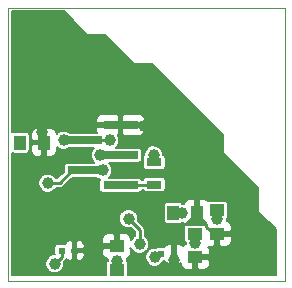
<source format=gbl>
G04 #@! TF.FileFunction,Copper,L2,Bot,Signal*
%FSLAX46Y46*%
G04 Gerber Fmt 4.6, Leading zero omitted, Abs format (unit mm)*
G04 Created by KiCad (PCBNEW 4.0.7) date 01/17/18 14:56:10*
%MOMM*%
%LPD*%
G01*
G04 APERTURE LIST*
%ADD10C,0.152400*%
%ADD11C,0.100000*%
%ADD12R,3.000000X0.650000*%
%ADD13R,1.250000X1.000000*%
%ADD14R,0.600000X0.500000*%
%ADD15R,1.000000X1.250000*%
%ADD16R,1.300000X0.700000*%
%ADD17C,1.000000*%
%ADD18C,0.250000*%
%ADD19C,0.203000*%
G04 APERTURE END LIST*
D10*
D11*
X37100000Y-36800000D02*
X37000000Y-36800000D01*
X37100000Y-13700000D02*
X37100000Y-36800000D01*
X36700000Y-13700000D02*
X37100000Y-13700000D01*
X35900000Y-13700000D02*
X36700000Y-13700000D01*
X13600000Y-13700000D02*
X35900000Y-13700000D01*
X13600000Y-36800000D02*
X13600000Y-13700000D01*
X37000000Y-36800000D02*
X13600000Y-36800000D01*
D12*
X23170000Y-23650000D03*
X23170000Y-26190000D03*
X23170000Y-28730000D03*
X20170000Y-24920000D03*
X20170000Y-27460000D03*
D13*
X29480000Y-34820000D03*
X29480000Y-32820000D03*
D14*
X18170000Y-34260000D03*
X19270000Y-34260000D03*
X26590000Y-34530000D03*
X27690000Y-34530000D03*
D13*
X22850000Y-35900000D03*
X22850000Y-33900000D03*
D15*
X14670000Y-25120000D03*
X16670000Y-25120000D03*
D13*
X31340000Y-32850000D03*
X31340000Y-30850000D03*
D16*
X26030000Y-26780000D03*
X26030000Y-28680000D03*
D15*
X29620000Y-31100000D03*
X27620000Y-31100000D03*
D17*
X27670000Y-35080000D03*
X25190000Y-23710000D03*
X21195000Y-34135000D03*
X16520000Y-24230000D03*
X15480000Y-27490000D03*
X26050000Y-34810000D03*
X22880000Y-35160000D03*
X25970000Y-26170000D03*
X24790000Y-33740000D03*
X23840000Y-31570000D03*
X21670000Y-27480000D03*
X17000000Y-28550000D03*
X21440000Y-26170000D03*
X22250000Y-24940000D03*
X18360000Y-24910000D03*
X17590000Y-35390000D03*
X28340000Y-31100000D03*
X31340000Y-31630000D03*
X29470000Y-33600000D03*
D18*
X29620000Y-31100000D02*
X29620000Y-31490000D01*
X29620000Y-31490000D02*
X30120000Y-31990000D01*
X29620000Y-31100000D02*
X29620000Y-31730000D01*
X29620000Y-31730000D02*
X29880000Y-31990000D01*
X29225000Y-31990000D02*
X29225000Y-31495000D01*
X29225000Y-31495000D02*
X29620000Y-31100000D01*
X29320000Y-31990000D02*
X29880000Y-31990000D01*
X29880000Y-31990000D02*
X30120000Y-31990000D01*
X30120000Y-31990000D02*
X30410000Y-31990000D01*
X30410000Y-31990000D02*
X30430000Y-32010000D01*
X31340000Y-32850000D02*
X31040000Y-32850000D01*
X31040000Y-32850000D02*
X30430000Y-32240000D01*
X30430000Y-32240000D02*
X30430000Y-32010000D01*
X30430000Y-32010000D02*
X29620000Y-31200000D01*
X29620000Y-31200000D02*
X29620000Y-31100000D01*
X29620000Y-31100000D02*
X29620000Y-31690000D01*
X29620000Y-31690000D02*
X29320000Y-31990000D01*
X28670000Y-31990000D02*
X28600000Y-31990000D01*
X29320000Y-31990000D02*
X29225000Y-31990000D01*
X29225000Y-31990000D02*
X28600000Y-31990000D01*
X29620000Y-31100000D02*
X29560000Y-31100000D01*
X29560000Y-31100000D02*
X28670000Y-31990000D01*
X29620000Y-31100000D02*
X29620000Y-31200000D01*
X29620000Y-31200000D02*
X28830000Y-31990000D01*
X29620000Y-31100000D02*
X29620000Y-31470000D01*
X29620000Y-31470000D02*
X29100000Y-31990000D01*
X29100000Y-31990000D02*
X28830000Y-31990000D01*
X28830000Y-31990000D02*
X28670000Y-31990000D01*
X21195000Y-34135000D02*
X21200000Y-34140000D01*
X31340000Y-32850000D02*
X31340000Y-32960000D01*
X29620000Y-31100000D02*
X29620000Y-31130000D01*
X26050000Y-34810000D02*
X26330000Y-34530000D01*
X26330000Y-34530000D02*
X26590000Y-34530000D01*
X26350000Y-34530000D02*
X26590000Y-34530000D01*
X22850000Y-35190000D02*
X22850000Y-35900000D01*
X22880000Y-35160000D02*
X22850000Y-35190000D01*
X26030000Y-26230000D02*
X26030000Y-26780000D01*
X25970000Y-26170000D02*
X26030000Y-26230000D01*
X25970000Y-26680000D02*
X26030000Y-26740000D01*
X26030000Y-26740000D02*
X26030000Y-26780000D01*
X24790000Y-32520000D02*
X24790000Y-33740000D01*
X23840000Y-31570000D02*
X24790000Y-32520000D01*
X21670000Y-27480000D02*
X21670000Y-27470000D01*
X21670000Y-27470000D02*
X20170000Y-27460000D01*
X20170000Y-27460000D02*
X19090000Y-27460000D01*
X19090000Y-27460000D02*
X18000000Y-28550000D01*
X18000000Y-28550000D02*
X17000000Y-28550000D01*
X21460000Y-26190000D02*
X23170000Y-26190000D01*
X21440000Y-26170000D02*
X21460000Y-26190000D01*
X23170000Y-28730000D02*
X25980000Y-28730000D01*
X25980000Y-28730000D02*
X26030000Y-28680000D01*
X20170000Y-24920000D02*
X22230000Y-24920000D01*
X22230000Y-24920000D02*
X22250000Y-24940000D01*
X20170000Y-24920000D02*
X18370000Y-24920000D01*
X18370000Y-24920000D02*
X18360000Y-24910000D01*
X18170000Y-34260000D02*
X18170000Y-34810000D01*
X18170000Y-34810000D02*
X17590000Y-35390000D01*
X27620000Y-31100000D02*
X28340000Y-31100000D01*
X31340000Y-30850000D02*
X31340000Y-31630000D01*
X29480000Y-32820000D02*
X29480000Y-33590000D01*
X29480000Y-33590000D02*
X29470000Y-33600000D01*
D19*
G36*
X20328229Y-15971771D02*
X20361806Y-15994040D01*
X20400000Y-16001500D01*
X21857958Y-16001500D01*
X24328229Y-18471771D01*
X24361806Y-18494040D01*
X24400000Y-18501500D01*
X25857958Y-18501500D01*
X31798500Y-24442042D01*
X31798500Y-25900000D01*
X31806497Y-25939489D01*
X31828229Y-25971771D01*
X34798500Y-28942042D01*
X34798500Y-30900000D01*
X34806497Y-30939489D01*
X34828229Y-30971771D01*
X36298500Y-32442042D01*
X36298500Y-36298500D01*
X23785465Y-36298500D01*
X23785465Y-35400000D01*
X23764233Y-35287159D01*
X23697544Y-35183522D01*
X23684487Y-35174601D01*
X23684639Y-35000677D01*
X23674833Y-34976944D01*
X23693231Y-34969323D01*
X25245361Y-34969323D01*
X25367580Y-35265117D01*
X25593692Y-35491624D01*
X25889273Y-35614360D01*
X26209323Y-35614639D01*
X26505117Y-35492420D01*
X26731624Y-35266308D01*
X26804640Y-35090465D01*
X26858881Y-35090465D01*
X26873291Y-35125254D01*
X27044746Y-35296709D01*
X27268763Y-35389500D01*
X27387625Y-35389500D01*
X27540000Y-35237125D01*
X27540000Y-34655000D01*
X27517500Y-34655000D01*
X27517500Y-34405000D01*
X27540000Y-34405000D01*
X27540000Y-33822875D01*
X27387625Y-33670500D01*
X27268763Y-33670500D01*
X27044746Y-33763291D01*
X26873291Y-33934746D01*
X26858881Y-33969535D01*
X26290000Y-33969535D01*
X26177159Y-33990767D01*
X26154123Y-34005591D01*
X25890677Y-34005361D01*
X25594883Y-34127580D01*
X25368376Y-34353692D01*
X25245640Y-34649273D01*
X25245361Y-34969323D01*
X23693231Y-34969323D01*
X23820254Y-34916709D01*
X23991709Y-34745254D01*
X24084500Y-34521237D01*
X24084500Y-34204875D01*
X23932127Y-34052502D01*
X24048653Y-34052502D01*
X24107580Y-34195117D01*
X24333692Y-34421624D01*
X24629273Y-34544360D01*
X24949323Y-34544639D01*
X25245117Y-34422420D01*
X25471624Y-34196308D01*
X25594360Y-33900727D01*
X25594639Y-33580677D01*
X25472420Y-33284883D01*
X25246308Y-33058376D01*
X25219500Y-33047244D01*
X25219500Y-32520000D01*
X25186806Y-32355637D01*
X25093702Y-32216298D01*
X24633730Y-31756326D01*
X24644360Y-31730727D01*
X24644639Y-31410677D01*
X24522420Y-31114883D01*
X24296308Y-30888376D01*
X24000727Y-30765640D01*
X23680677Y-30765361D01*
X23384883Y-30887580D01*
X23158376Y-31113692D01*
X23035640Y-31409273D01*
X23035361Y-31729323D01*
X23157580Y-32025117D01*
X23383692Y-32251624D01*
X23679273Y-32374360D01*
X23999323Y-32374639D01*
X24026150Y-32363554D01*
X24360500Y-32697904D01*
X24360500Y-33046995D01*
X24334883Y-33057580D01*
X24108376Y-33283692D01*
X24084500Y-33341192D01*
X24084500Y-33278763D01*
X23991709Y-33054746D01*
X23820254Y-32883291D01*
X23596237Y-32790500D01*
X23154875Y-32790500D01*
X23002500Y-32942875D01*
X23002500Y-33747500D01*
X23022500Y-33747500D01*
X23022500Y-34052500D01*
X23002500Y-34052500D01*
X23002500Y-34072500D01*
X22697500Y-34072500D01*
X22697500Y-34052500D01*
X21767875Y-34052500D01*
X21615500Y-34204875D01*
X21615500Y-34521237D01*
X21708291Y-34745254D01*
X21879746Y-34916709D01*
X22076144Y-34998060D01*
X22075640Y-34999273D01*
X22075522Y-35134342D01*
X22008522Y-35177456D01*
X21938995Y-35279212D01*
X21914535Y-35400000D01*
X21914535Y-36298500D01*
X14001500Y-36298500D01*
X14001500Y-35549323D01*
X16785361Y-35549323D01*
X16907580Y-35845117D01*
X17133692Y-36071624D01*
X17429273Y-36194360D01*
X17749323Y-36194639D01*
X18045117Y-36072420D01*
X18271624Y-35846308D01*
X18394360Y-35550727D01*
X18394639Y-35230677D01*
X18383554Y-35203850D01*
X18473702Y-35113702D01*
X18475663Y-35110767D01*
X18566806Y-34974363D01*
X18567734Y-34969697D01*
X18624746Y-35026709D01*
X18848763Y-35119500D01*
X18967625Y-35119500D01*
X19120000Y-34967125D01*
X19120000Y-34385000D01*
X19420000Y-34385000D01*
X19420000Y-34967125D01*
X19572375Y-35119500D01*
X19691237Y-35119500D01*
X19915254Y-35026709D01*
X20086709Y-34855254D01*
X20179500Y-34631237D01*
X20179500Y-34537375D01*
X20027125Y-34385000D01*
X19420000Y-34385000D01*
X19120000Y-34385000D01*
X19097500Y-34385000D01*
X19097500Y-34135000D01*
X19120000Y-34135000D01*
X19120000Y-33552875D01*
X19420000Y-33552875D01*
X19420000Y-34135000D01*
X20027125Y-34135000D01*
X20179500Y-33982625D01*
X20179500Y-33888763D01*
X20086709Y-33664746D01*
X19915254Y-33493291D01*
X19691237Y-33400500D01*
X19572375Y-33400500D01*
X19420000Y-33552875D01*
X19120000Y-33552875D01*
X18967625Y-33400500D01*
X18848763Y-33400500D01*
X18624746Y-33493291D01*
X18453291Y-33664746D01*
X18438881Y-33699535D01*
X17870000Y-33699535D01*
X17757159Y-33720767D01*
X17653522Y-33787456D01*
X17583995Y-33889212D01*
X17559535Y-34010000D01*
X17559535Y-34510000D01*
X17573738Y-34585486D01*
X17430677Y-34585361D01*
X17134883Y-34707580D01*
X16908376Y-34933692D01*
X16785640Y-35229273D01*
X16785361Y-35549323D01*
X14001500Y-35549323D01*
X14001500Y-33278763D01*
X21615500Y-33278763D01*
X21615500Y-33595125D01*
X21767875Y-33747500D01*
X22697500Y-33747500D01*
X22697500Y-32942875D01*
X22545125Y-32790500D01*
X22103763Y-32790500D01*
X21879746Y-32883291D01*
X21708291Y-33054746D01*
X21615500Y-33278763D01*
X14001500Y-33278763D01*
X14001500Y-30475000D01*
X26809535Y-30475000D01*
X26809535Y-31725000D01*
X26830767Y-31837841D01*
X26897456Y-31941478D01*
X26999212Y-32011005D01*
X27120000Y-32035465D01*
X28120000Y-32035465D01*
X28232841Y-32014233D01*
X28336478Y-31947544D01*
X28365873Y-31904523D01*
X28499323Y-31904639D01*
X28529522Y-31892161D01*
X28603291Y-32070254D01*
X28635263Y-32102226D01*
X28568995Y-32199212D01*
X28544535Y-32320000D01*
X28544535Y-33320000D01*
X28565767Y-33432841D01*
X28632456Y-33536478D01*
X28665536Y-33559080D01*
X28665379Y-33738826D01*
X28509746Y-33803291D01*
X28442500Y-33870537D01*
X28335254Y-33763291D01*
X28111237Y-33670500D01*
X27992375Y-33670500D01*
X27840000Y-33822875D01*
X27840000Y-34405000D01*
X27862500Y-34405000D01*
X27862500Y-34655000D01*
X27840000Y-34655000D01*
X27840000Y-35237125D01*
X27992375Y-35389500D01*
X28111237Y-35389500D01*
X28245500Y-35333886D01*
X28245500Y-35441237D01*
X28338291Y-35665254D01*
X28509746Y-35836709D01*
X28733763Y-35929500D01*
X29175125Y-35929500D01*
X29327500Y-35777125D01*
X29327500Y-34972500D01*
X29632500Y-34972500D01*
X29632500Y-35777125D01*
X29784875Y-35929500D01*
X30226237Y-35929500D01*
X30450254Y-35836709D01*
X30621709Y-35665254D01*
X30714500Y-35441237D01*
X30714500Y-35124875D01*
X30562125Y-34972500D01*
X29632500Y-34972500D01*
X29327500Y-34972500D01*
X29307500Y-34972500D01*
X29307500Y-34667500D01*
X29327500Y-34667500D01*
X29327500Y-34647500D01*
X29632500Y-34647500D01*
X29632500Y-34667500D01*
X30562125Y-34667500D01*
X30714500Y-34515125D01*
X30714500Y-34198763D01*
X30621709Y-33974746D01*
X30606463Y-33959500D01*
X31035125Y-33959500D01*
X31187500Y-33807125D01*
X31187500Y-33002500D01*
X31492500Y-33002500D01*
X31492500Y-33807125D01*
X31644875Y-33959500D01*
X32086237Y-33959500D01*
X32310254Y-33866709D01*
X32481709Y-33695254D01*
X32574500Y-33471237D01*
X32574500Y-33154875D01*
X32422125Y-33002500D01*
X31492500Y-33002500D01*
X31187500Y-33002500D01*
X31167500Y-33002500D01*
X31167500Y-32697500D01*
X31187500Y-32697500D01*
X31187500Y-32677500D01*
X31492500Y-32677500D01*
X31492500Y-32697500D01*
X32422125Y-32697500D01*
X32574500Y-32545125D01*
X32574500Y-32228763D01*
X32481709Y-32004746D01*
X32310254Y-31833291D01*
X32144383Y-31764585D01*
X32144529Y-31596320D01*
X32181478Y-31572544D01*
X32251005Y-31470788D01*
X32275465Y-31350000D01*
X32275465Y-30350000D01*
X32254233Y-30237159D01*
X32187544Y-30133522D01*
X32085788Y-30063995D01*
X31965000Y-30039535D01*
X30715000Y-30039535D01*
X30602159Y-30060767D01*
X30581210Y-30074247D01*
X30465254Y-29958291D01*
X30241237Y-29865500D01*
X29924875Y-29865500D01*
X29772500Y-30017875D01*
X29772500Y-30947500D01*
X29792500Y-30947500D01*
X29792500Y-31252500D01*
X29772500Y-31252500D01*
X29772500Y-31272500D01*
X29467500Y-31272500D01*
X29467500Y-31252500D01*
X29447500Y-31252500D01*
X29447500Y-30947500D01*
X29467500Y-30947500D01*
X29467500Y-30017875D01*
X29315125Y-29865500D01*
X28998763Y-29865500D01*
X28774746Y-29958291D01*
X28603291Y-30129746D01*
X28529608Y-30307632D01*
X28500727Y-30295640D01*
X28366354Y-30295523D01*
X28342544Y-30258522D01*
X28240788Y-30188995D01*
X28120000Y-30164535D01*
X27120000Y-30164535D01*
X27007159Y-30185767D01*
X26903522Y-30252456D01*
X26833995Y-30354212D01*
X26809535Y-30475000D01*
X14001500Y-30475000D01*
X14001500Y-28709323D01*
X16195361Y-28709323D01*
X16317580Y-29005117D01*
X16543692Y-29231624D01*
X16839273Y-29354360D01*
X17159323Y-29354639D01*
X17455117Y-29232420D01*
X17681624Y-29006308D01*
X17692756Y-28979500D01*
X18000000Y-28979500D01*
X18164363Y-28946806D01*
X18303702Y-28853702D01*
X19061940Y-28095465D01*
X21147648Y-28095465D01*
X21213692Y-28161624D01*
X21411604Y-28243804D01*
X21383995Y-28284212D01*
X21359535Y-28405000D01*
X21359535Y-29055000D01*
X21380767Y-29167841D01*
X21447456Y-29271478D01*
X21549212Y-29341005D01*
X21670000Y-29365465D01*
X24670000Y-29365465D01*
X24782841Y-29344233D01*
X24886478Y-29277544D01*
X24956005Y-29175788D01*
X24959303Y-29159500D01*
X25101487Y-29159500D01*
X25157456Y-29246478D01*
X25259212Y-29316005D01*
X25380000Y-29340465D01*
X26680000Y-29340465D01*
X26792841Y-29319233D01*
X26896478Y-29252544D01*
X26966005Y-29150788D01*
X26990465Y-29030000D01*
X26990465Y-28330000D01*
X26969233Y-28217159D01*
X26902544Y-28113522D01*
X26800788Y-28043995D01*
X26680000Y-28019535D01*
X25380000Y-28019535D01*
X25267159Y-28040767D01*
X25163522Y-28107456D01*
X25093995Y-28209212D01*
X25075509Y-28300500D01*
X24960802Y-28300500D01*
X24959233Y-28292159D01*
X24892544Y-28188522D01*
X24790788Y-28118995D01*
X24670000Y-28094535D01*
X22193121Y-28094535D01*
X22351624Y-27936308D01*
X22474360Y-27640727D01*
X22474639Y-27320677D01*
X22352420Y-27024883D01*
X22153350Y-26825465D01*
X24670000Y-26825465D01*
X24782841Y-26804233D01*
X24886478Y-26737544D01*
X24956005Y-26635788D01*
X24980465Y-26515000D01*
X24980465Y-26430000D01*
X25069535Y-26430000D01*
X25069535Y-27130000D01*
X25090767Y-27242841D01*
X25157456Y-27346478D01*
X25259212Y-27416005D01*
X25380000Y-27440465D01*
X26680000Y-27440465D01*
X26792841Y-27419233D01*
X26896478Y-27352544D01*
X26966005Y-27250788D01*
X26990465Y-27130000D01*
X26990465Y-26430000D01*
X26969233Y-26317159D01*
X26902544Y-26213522D01*
X26800788Y-26143995D01*
X26774527Y-26138677D01*
X26774639Y-26010677D01*
X26652420Y-25714883D01*
X26426308Y-25488376D01*
X26130727Y-25365640D01*
X25810677Y-25365361D01*
X25514883Y-25487580D01*
X25288376Y-25713692D01*
X25165640Y-26009273D01*
X25165468Y-26206204D01*
X25163522Y-26207456D01*
X25093995Y-26309212D01*
X25069535Y-26430000D01*
X24980465Y-26430000D01*
X24980465Y-25865000D01*
X24959233Y-25752159D01*
X24892544Y-25648522D01*
X24790788Y-25578995D01*
X24670000Y-25554535D01*
X22773121Y-25554535D01*
X22931624Y-25396308D01*
X23054360Y-25100727D01*
X23054639Y-24780677D01*
X22941870Y-24507755D01*
X23017500Y-24432125D01*
X23017500Y-23802500D01*
X23322500Y-23802500D01*
X23322500Y-24432125D01*
X23474875Y-24584500D01*
X24791237Y-24584500D01*
X25015254Y-24491709D01*
X25186709Y-24320254D01*
X25279500Y-24096237D01*
X25279500Y-23954875D01*
X25127125Y-23802500D01*
X23322500Y-23802500D01*
X23017500Y-23802500D01*
X21212875Y-23802500D01*
X21060500Y-23954875D01*
X21060500Y-24096237D01*
X21138496Y-24284535D01*
X18872369Y-24284535D01*
X18816308Y-24228376D01*
X18520727Y-24105640D01*
X18200677Y-24105361D01*
X17904883Y-24227580D01*
X17773341Y-24358893D01*
X17686709Y-24149746D01*
X17515254Y-23978291D01*
X17291237Y-23885500D01*
X16974875Y-23885500D01*
X16822500Y-24037875D01*
X16822500Y-24967500D01*
X16842500Y-24967500D01*
X16842500Y-25272500D01*
X16822500Y-25272500D01*
X16822500Y-26202125D01*
X16974875Y-26354500D01*
X17291237Y-26354500D01*
X17515254Y-26261709D01*
X17686709Y-26090254D01*
X17779500Y-25866237D01*
X17779500Y-25467215D01*
X17903692Y-25591624D01*
X18199273Y-25714360D01*
X18519323Y-25714639D01*
X18815117Y-25592420D01*
X18852137Y-25555465D01*
X20916879Y-25555465D01*
X20758376Y-25713692D01*
X20635640Y-26009273D01*
X20635361Y-26329323D01*
X20757580Y-26625117D01*
X20956650Y-26824535D01*
X18670000Y-26824535D01*
X18557159Y-26845767D01*
X18453522Y-26912456D01*
X18383995Y-27014212D01*
X18359535Y-27135000D01*
X18359535Y-27583060D01*
X17822096Y-28120500D01*
X17693005Y-28120500D01*
X17682420Y-28094883D01*
X17456308Y-27868376D01*
X17160727Y-27745640D01*
X16840677Y-27745361D01*
X16544883Y-27867580D01*
X16318376Y-28093692D01*
X16195640Y-28389273D01*
X16195361Y-28709323D01*
X14001500Y-28709323D01*
X14001500Y-25998405D01*
X14049212Y-26031005D01*
X14170000Y-26055465D01*
X15170000Y-26055465D01*
X15282841Y-26034233D01*
X15386478Y-25967544D01*
X15456005Y-25865788D01*
X15480465Y-25745000D01*
X15480465Y-25424875D01*
X15560500Y-25424875D01*
X15560500Y-25866237D01*
X15653291Y-26090254D01*
X15824746Y-26261709D01*
X16048763Y-26354500D01*
X16365125Y-26354500D01*
X16517500Y-26202125D01*
X16517500Y-25272500D01*
X15712875Y-25272500D01*
X15560500Y-25424875D01*
X15480465Y-25424875D01*
X15480465Y-24495000D01*
X15459233Y-24382159D01*
X15453831Y-24373763D01*
X15560500Y-24373763D01*
X15560500Y-24815125D01*
X15712875Y-24967500D01*
X16517500Y-24967500D01*
X16517500Y-24037875D01*
X16365125Y-23885500D01*
X16048763Y-23885500D01*
X15824746Y-23978291D01*
X15653291Y-24149746D01*
X15560500Y-24373763D01*
X15453831Y-24373763D01*
X15392544Y-24278522D01*
X15290788Y-24208995D01*
X15170000Y-24184535D01*
X14170000Y-24184535D01*
X14057159Y-24205767D01*
X14001500Y-24241583D01*
X14001500Y-23203763D01*
X21060500Y-23203763D01*
X21060500Y-23345125D01*
X21212875Y-23497500D01*
X23017500Y-23497500D01*
X23017500Y-22867875D01*
X23322500Y-22867875D01*
X23322500Y-23497500D01*
X25127125Y-23497500D01*
X25279500Y-23345125D01*
X25279500Y-23203763D01*
X25186709Y-22979746D01*
X25015254Y-22808291D01*
X24791237Y-22715500D01*
X23474875Y-22715500D01*
X23322500Y-22867875D01*
X23017500Y-22867875D01*
X22865125Y-22715500D01*
X21548763Y-22715500D01*
X21324746Y-22808291D01*
X21153291Y-22979746D01*
X21060500Y-23203763D01*
X14001500Y-23203763D01*
X14001500Y-14001500D01*
X18357958Y-14001500D01*
X20328229Y-15971771D01*
X20328229Y-15971771D01*
G37*
X20328229Y-15971771D02*
X20361806Y-15994040D01*
X20400000Y-16001500D01*
X21857958Y-16001500D01*
X24328229Y-18471771D01*
X24361806Y-18494040D01*
X24400000Y-18501500D01*
X25857958Y-18501500D01*
X31798500Y-24442042D01*
X31798500Y-25900000D01*
X31806497Y-25939489D01*
X31828229Y-25971771D01*
X34798500Y-28942042D01*
X34798500Y-30900000D01*
X34806497Y-30939489D01*
X34828229Y-30971771D01*
X36298500Y-32442042D01*
X36298500Y-36298500D01*
X23785465Y-36298500D01*
X23785465Y-35400000D01*
X23764233Y-35287159D01*
X23697544Y-35183522D01*
X23684487Y-35174601D01*
X23684639Y-35000677D01*
X23674833Y-34976944D01*
X23693231Y-34969323D01*
X25245361Y-34969323D01*
X25367580Y-35265117D01*
X25593692Y-35491624D01*
X25889273Y-35614360D01*
X26209323Y-35614639D01*
X26505117Y-35492420D01*
X26731624Y-35266308D01*
X26804640Y-35090465D01*
X26858881Y-35090465D01*
X26873291Y-35125254D01*
X27044746Y-35296709D01*
X27268763Y-35389500D01*
X27387625Y-35389500D01*
X27540000Y-35237125D01*
X27540000Y-34655000D01*
X27517500Y-34655000D01*
X27517500Y-34405000D01*
X27540000Y-34405000D01*
X27540000Y-33822875D01*
X27387625Y-33670500D01*
X27268763Y-33670500D01*
X27044746Y-33763291D01*
X26873291Y-33934746D01*
X26858881Y-33969535D01*
X26290000Y-33969535D01*
X26177159Y-33990767D01*
X26154123Y-34005591D01*
X25890677Y-34005361D01*
X25594883Y-34127580D01*
X25368376Y-34353692D01*
X25245640Y-34649273D01*
X25245361Y-34969323D01*
X23693231Y-34969323D01*
X23820254Y-34916709D01*
X23991709Y-34745254D01*
X24084500Y-34521237D01*
X24084500Y-34204875D01*
X23932127Y-34052502D01*
X24048653Y-34052502D01*
X24107580Y-34195117D01*
X24333692Y-34421624D01*
X24629273Y-34544360D01*
X24949323Y-34544639D01*
X25245117Y-34422420D01*
X25471624Y-34196308D01*
X25594360Y-33900727D01*
X25594639Y-33580677D01*
X25472420Y-33284883D01*
X25246308Y-33058376D01*
X25219500Y-33047244D01*
X25219500Y-32520000D01*
X25186806Y-32355637D01*
X25093702Y-32216298D01*
X24633730Y-31756326D01*
X24644360Y-31730727D01*
X24644639Y-31410677D01*
X24522420Y-31114883D01*
X24296308Y-30888376D01*
X24000727Y-30765640D01*
X23680677Y-30765361D01*
X23384883Y-30887580D01*
X23158376Y-31113692D01*
X23035640Y-31409273D01*
X23035361Y-31729323D01*
X23157580Y-32025117D01*
X23383692Y-32251624D01*
X23679273Y-32374360D01*
X23999323Y-32374639D01*
X24026150Y-32363554D01*
X24360500Y-32697904D01*
X24360500Y-33046995D01*
X24334883Y-33057580D01*
X24108376Y-33283692D01*
X24084500Y-33341192D01*
X24084500Y-33278763D01*
X23991709Y-33054746D01*
X23820254Y-32883291D01*
X23596237Y-32790500D01*
X23154875Y-32790500D01*
X23002500Y-32942875D01*
X23002500Y-33747500D01*
X23022500Y-33747500D01*
X23022500Y-34052500D01*
X23002500Y-34052500D01*
X23002500Y-34072500D01*
X22697500Y-34072500D01*
X22697500Y-34052500D01*
X21767875Y-34052500D01*
X21615500Y-34204875D01*
X21615500Y-34521237D01*
X21708291Y-34745254D01*
X21879746Y-34916709D01*
X22076144Y-34998060D01*
X22075640Y-34999273D01*
X22075522Y-35134342D01*
X22008522Y-35177456D01*
X21938995Y-35279212D01*
X21914535Y-35400000D01*
X21914535Y-36298500D01*
X14001500Y-36298500D01*
X14001500Y-35549323D01*
X16785361Y-35549323D01*
X16907580Y-35845117D01*
X17133692Y-36071624D01*
X17429273Y-36194360D01*
X17749323Y-36194639D01*
X18045117Y-36072420D01*
X18271624Y-35846308D01*
X18394360Y-35550727D01*
X18394639Y-35230677D01*
X18383554Y-35203850D01*
X18473702Y-35113702D01*
X18475663Y-35110767D01*
X18566806Y-34974363D01*
X18567734Y-34969697D01*
X18624746Y-35026709D01*
X18848763Y-35119500D01*
X18967625Y-35119500D01*
X19120000Y-34967125D01*
X19120000Y-34385000D01*
X19420000Y-34385000D01*
X19420000Y-34967125D01*
X19572375Y-35119500D01*
X19691237Y-35119500D01*
X19915254Y-35026709D01*
X20086709Y-34855254D01*
X20179500Y-34631237D01*
X20179500Y-34537375D01*
X20027125Y-34385000D01*
X19420000Y-34385000D01*
X19120000Y-34385000D01*
X19097500Y-34385000D01*
X19097500Y-34135000D01*
X19120000Y-34135000D01*
X19120000Y-33552875D01*
X19420000Y-33552875D01*
X19420000Y-34135000D01*
X20027125Y-34135000D01*
X20179500Y-33982625D01*
X20179500Y-33888763D01*
X20086709Y-33664746D01*
X19915254Y-33493291D01*
X19691237Y-33400500D01*
X19572375Y-33400500D01*
X19420000Y-33552875D01*
X19120000Y-33552875D01*
X18967625Y-33400500D01*
X18848763Y-33400500D01*
X18624746Y-33493291D01*
X18453291Y-33664746D01*
X18438881Y-33699535D01*
X17870000Y-33699535D01*
X17757159Y-33720767D01*
X17653522Y-33787456D01*
X17583995Y-33889212D01*
X17559535Y-34010000D01*
X17559535Y-34510000D01*
X17573738Y-34585486D01*
X17430677Y-34585361D01*
X17134883Y-34707580D01*
X16908376Y-34933692D01*
X16785640Y-35229273D01*
X16785361Y-35549323D01*
X14001500Y-35549323D01*
X14001500Y-33278763D01*
X21615500Y-33278763D01*
X21615500Y-33595125D01*
X21767875Y-33747500D01*
X22697500Y-33747500D01*
X22697500Y-32942875D01*
X22545125Y-32790500D01*
X22103763Y-32790500D01*
X21879746Y-32883291D01*
X21708291Y-33054746D01*
X21615500Y-33278763D01*
X14001500Y-33278763D01*
X14001500Y-30475000D01*
X26809535Y-30475000D01*
X26809535Y-31725000D01*
X26830767Y-31837841D01*
X26897456Y-31941478D01*
X26999212Y-32011005D01*
X27120000Y-32035465D01*
X28120000Y-32035465D01*
X28232841Y-32014233D01*
X28336478Y-31947544D01*
X28365873Y-31904523D01*
X28499323Y-31904639D01*
X28529522Y-31892161D01*
X28603291Y-32070254D01*
X28635263Y-32102226D01*
X28568995Y-32199212D01*
X28544535Y-32320000D01*
X28544535Y-33320000D01*
X28565767Y-33432841D01*
X28632456Y-33536478D01*
X28665536Y-33559080D01*
X28665379Y-33738826D01*
X28509746Y-33803291D01*
X28442500Y-33870537D01*
X28335254Y-33763291D01*
X28111237Y-33670500D01*
X27992375Y-33670500D01*
X27840000Y-33822875D01*
X27840000Y-34405000D01*
X27862500Y-34405000D01*
X27862500Y-34655000D01*
X27840000Y-34655000D01*
X27840000Y-35237125D01*
X27992375Y-35389500D01*
X28111237Y-35389500D01*
X28245500Y-35333886D01*
X28245500Y-35441237D01*
X28338291Y-35665254D01*
X28509746Y-35836709D01*
X28733763Y-35929500D01*
X29175125Y-35929500D01*
X29327500Y-35777125D01*
X29327500Y-34972500D01*
X29632500Y-34972500D01*
X29632500Y-35777125D01*
X29784875Y-35929500D01*
X30226237Y-35929500D01*
X30450254Y-35836709D01*
X30621709Y-35665254D01*
X30714500Y-35441237D01*
X30714500Y-35124875D01*
X30562125Y-34972500D01*
X29632500Y-34972500D01*
X29327500Y-34972500D01*
X29307500Y-34972500D01*
X29307500Y-34667500D01*
X29327500Y-34667500D01*
X29327500Y-34647500D01*
X29632500Y-34647500D01*
X29632500Y-34667500D01*
X30562125Y-34667500D01*
X30714500Y-34515125D01*
X30714500Y-34198763D01*
X30621709Y-33974746D01*
X30606463Y-33959500D01*
X31035125Y-33959500D01*
X31187500Y-33807125D01*
X31187500Y-33002500D01*
X31492500Y-33002500D01*
X31492500Y-33807125D01*
X31644875Y-33959500D01*
X32086237Y-33959500D01*
X32310254Y-33866709D01*
X32481709Y-33695254D01*
X32574500Y-33471237D01*
X32574500Y-33154875D01*
X32422125Y-33002500D01*
X31492500Y-33002500D01*
X31187500Y-33002500D01*
X31167500Y-33002500D01*
X31167500Y-32697500D01*
X31187500Y-32697500D01*
X31187500Y-32677500D01*
X31492500Y-32677500D01*
X31492500Y-32697500D01*
X32422125Y-32697500D01*
X32574500Y-32545125D01*
X32574500Y-32228763D01*
X32481709Y-32004746D01*
X32310254Y-31833291D01*
X32144383Y-31764585D01*
X32144529Y-31596320D01*
X32181478Y-31572544D01*
X32251005Y-31470788D01*
X32275465Y-31350000D01*
X32275465Y-30350000D01*
X32254233Y-30237159D01*
X32187544Y-30133522D01*
X32085788Y-30063995D01*
X31965000Y-30039535D01*
X30715000Y-30039535D01*
X30602159Y-30060767D01*
X30581210Y-30074247D01*
X30465254Y-29958291D01*
X30241237Y-29865500D01*
X29924875Y-29865500D01*
X29772500Y-30017875D01*
X29772500Y-30947500D01*
X29792500Y-30947500D01*
X29792500Y-31252500D01*
X29772500Y-31252500D01*
X29772500Y-31272500D01*
X29467500Y-31272500D01*
X29467500Y-31252500D01*
X29447500Y-31252500D01*
X29447500Y-30947500D01*
X29467500Y-30947500D01*
X29467500Y-30017875D01*
X29315125Y-29865500D01*
X28998763Y-29865500D01*
X28774746Y-29958291D01*
X28603291Y-30129746D01*
X28529608Y-30307632D01*
X28500727Y-30295640D01*
X28366354Y-30295523D01*
X28342544Y-30258522D01*
X28240788Y-30188995D01*
X28120000Y-30164535D01*
X27120000Y-30164535D01*
X27007159Y-30185767D01*
X26903522Y-30252456D01*
X26833995Y-30354212D01*
X26809535Y-30475000D01*
X14001500Y-30475000D01*
X14001500Y-28709323D01*
X16195361Y-28709323D01*
X16317580Y-29005117D01*
X16543692Y-29231624D01*
X16839273Y-29354360D01*
X17159323Y-29354639D01*
X17455117Y-29232420D01*
X17681624Y-29006308D01*
X17692756Y-28979500D01*
X18000000Y-28979500D01*
X18164363Y-28946806D01*
X18303702Y-28853702D01*
X19061940Y-28095465D01*
X21147648Y-28095465D01*
X21213692Y-28161624D01*
X21411604Y-28243804D01*
X21383995Y-28284212D01*
X21359535Y-28405000D01*
X21359535Y-29055000D01*
X21380767Y-29167841D01*
X21447456Y-29271478D01*
X21549212Y-29341005D01*
X21670000Y-29365465D01*
X24670000Y-29365465D01*
X24782841Y-29344233D01*
X24886478Y-29277544D01*
X24956005Y-29175788D01*
X24959303Y-29159500D01*
X25101487Y-29159500D01*
X25157456Y-29246478D01*
X25259212Y-29316005D01*
X25380000Y-29340465D01*
X26680000Y-29340465D01*
X26792841Y-29319233D01*
X26896478Y-29252544D01*
X26966005Y-29150788D01*
X26990465Y-29030000D01*
X26990465Y-28330000D01*
X26969233Y-28217159D01*
X26902544Y-28113522D01*
X26800788Y-28043995D01*
X26680000Y-28019535D01*
X25380000Y-28019535D01*
X25267159Y-28040767D01*
X25163522Y-28107456D01*
X25093995Y-28209212D01*
X25075509Y-28300500D01*
X24960802Y-28300500D01*
X24959233Y-28292159D01*
X24892544Y-28188522D01*
X24790788Y-28118995D01*
X24670000Y-28094535D01*
X22193121Y-28094535D01*
X22351624Y-27936308D01*
X22474360Y-27640727D01*
X22474639Y-27320677D01*
X22352420Y-27024883D01*
X22153350Y-26825465D01*
X24670000Y-26825465D01*
X24782841Y-26804233D01*
X24886478Y-26737544D01*
X24956005Y-26635788D01*
X24980465Y-26515000D01*
X24980465Y-26430000D01*
X25069535Y-26430000D01*
X25069535Y-27130000D01*
X25090767Y-27242841D01*
X25157456Y-27346478D01*
X25259212Y-27416005D01*
X25380000Y-27440465D01*
X26680000Y-27440465D01*
X26792841Y-27419233D01*
X26896478Y-27352544D01*
X26966005Y-27250788D01*
X26990465Y-27130000D01*
X26990465Y-26430000D01*
X26969233Y-26317159D01*
X26902544Y-26213522D01*
X26800788Y-26143995D01*
X26774527Y-26138677D01*
X26774639Y-26010677D01*
X26652420Y-25714883D01*
X26426308Y-25488376D01*
X26130727Y-25365640D01*
X25810677Y-25365361D01*
X25514883Y-25487580D01*
X25288376Y-25713692D01*
X25165640Y-26009273D01*
X25165468Y-26206204D01*
X25163522Y-26207456D01*
X25093995Y-26309212D01*
X25069535Y-26430000D01*
X24980465Y-26430000D01*
X24980465Y-25865000D01*
X24959233Y-25752159D01*
X24892544Y-25648522D01*
X24790788Y-25578995D01*
X24670000Y-25554535D01*
X22773121Y-25554535D01*
X22931624Y-25396308D01*
X23054360Y-25100727D01*
X23054639Y-24780677D01*
X22941870Y-24507755D01*
X23017500Y-24432125D01*
X23017500Y-23802500D01*
X23322500Y-23802500D01*
X23322500Y-24432125D01*
X23474875Y-24584500D01*
X24791237Y-24584500D01*
X25015254Y-24491709D01*
X25186709Y-24320254D01*
X25279500Y-24096237D01*
X25279500Y-23954875D01*
X25127125Y-23802500D01*
X23322500Y-23802500D01*
X23017500Y-23802500D01*
X21212875Y-23802500D01*
X21060500Y-23954875D01*
X21060500Y-24096237D01*
X21138496Y-24284535D01*
X18872369Y-24284535D01*
X18816308Y-24228376D01*
X18520727Y-24105640D01*
X18200677Y-24105361D01*
X17904883Y-24227580D01*
X17773341Y-24358893D01*
X17686709Y-24149746D01*
X17515254Y-23978291D01*
X17291237Y-23885500D01*
X16974875Y-23885500D01*
X16822500Y-24037875D01*
X16822500Y-24967500D01*
X16842500Y-24967500D01*
X16842500Y-25272500D01*
X16822500Y-25272500D01*
X16822500Y-26202125D01*
X16974875Y-26354500D01*
X17291237Y-26354500D01*
X17515254Y-26261709D01*
X17686709Y-26090254D01*
X17779500Y-25866237D01*
X17779500Y-25467215D01*
X17903692Y-25591624D01*
X18199273Y-25714360D01*
X18519323Y-25714639D01*
X18815117Y-25592420D01*
X18852137Y-25555465D01*
X20916879Y-25555465D01*
X20758376Y-25713692D01*
X20635640Y-26009273D01*
X20635361Y-26329323D01*
X20757580Y-26625117D01*
X20956650Y-26824535D01*
X18670000Y-26824535D01*
X18557159Y-26845767D01*
X18453522Y-26912456D01*
X18383995Y-27014212D01*
X18359535Y-27135000D01*
X18359535Y-27583060D01*
X17822096Y-28120500D01*
X17693005Y-28120500D01*
X17682420Y-28094883D01*
X17456308Y-27868376D01*
X17160727Y-27745640D01*
X16840677Y-27745361D01*
X16544883Y-27867580D01*
X16318376Y-28093692D01*
X16195640Y-28389273D01*
X16195361Y-28709323D01*
X14001500Y-28709323D01*
X14001500Y-25998405D01*
X14049212Y-26031005D01*
X14170000Y-26055465D01*
X15170000Y-26055465D01*
X15282841Y-26034233D01*
X15386478Y-25967544D01*
X15456005Y-25865788D01*
X15480465Y-25745000D01*
X15480465Y-25424875D01*
X15560500Y-25424875D01*
X15560500Y-25866237D01*
X15653291Y-26090254D01*
X15824746Y-26261709D01*
X16048763Y-26354500D01*
X16365125Y-26354500D01*
X16517500Y-26202125D01*
X16517500Y-25272500D01*
X15712875Y-25272500D01*
X15560500Y-25424875D01*
X15480465Y-25424875D01*
X15480465Y-24495000D01*
X15459233Y-24382159D01*
X15453831Y-24373763D01*
X15560500Y-24373763D01*
X15560500Y-24815125D01*
X15712875Y-24967500D01*
X16517500Y-24967500D01*
X16517500Y-24037875D01*
X16365125Y-23885500D01*
X16048763Y-23885500D01*
X15824746Y-23978291D01*
X15653291Y-24149746D01*
X15560500Y-24373763D01*
X15453831Y-24373763D01*
X15392544Y-24278522D01*
X15290788Y-24208995D01*
X15170000Y-24184535D01*
X14170000Y-24184535D01*
X14057159Y-24205767D01*
X14001500Y-24241583D01*
X14001500Y-23203763D01*
X21060500Y-23203763D01*
X21060500Y-23345125D01*
X21212875Y-23497500D01*
X23017500Y-23497500D01*
X23017500Y-22867875D01*
X23322500Y-22867875D01*
X23322500Y-23497500D01*
X25127125Y-23497500D01*
X25279500Y-23345125D01*
X25279500Y-23203763D01*
X25186709Y-22979746D01*
X25015254Y-22808291D01*
X24791237Y-22715500D01*
X23474875Y-22715500D01*
X23322500Y-22867875D01*
X23017500Y-22867875D01*
X22865125Y-22715500D01*
X21548763Y-22715500D01*
X21324746Y-22808291D01*
X21153291Y-22979746D01*
X21060500Y-23203763D01*
X14001500Y-23203763D01*
X14001500Y-14001500D01*
X18357958Y-14001500D01*
X20328229Y-15971771D01*
M02*

</source>
